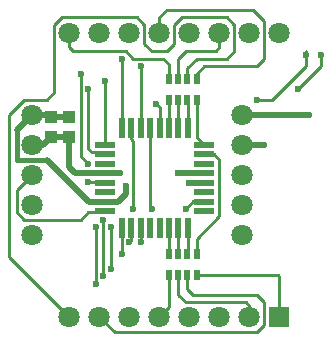
<source format=gbl>
G04 DipTrace 2.3.1.0*
%INminishift_Bottom.gbl*%
%MOIN*%
%ADD13C,0.02*%
%ADD14C,0.0197*%
%ADD15C,0.01*%
%ADD16C,0.016*%
%ADD19R,0.0709X0.0709*%
%ADD20C,0.0709*%
%ADD22R,0.0669X0.0197*%
%ADD23R,0.0197X0.0669*%
%ADD25R,0.0217X0.0374*%
%ADD27R,0.0394X0.0433*%
%ADD30C,0.0236*%
%FSLAX44Y44*%
G04*
G70*
G90*
G75*
G01*
%LNBottom*%
%LPD*%
X11236Y9976D2*
D13*
X10736D1*
X8416Y10291D2*
X7929D1*
X13236Y11236D2*
X12486D1*
X5486D2*
X5861D1*
X6111Y11487D1*
X6736D2*
X6111D1*
X7929Y10291D2*
D14*
X7494D1*
D13*
X6931D1*
X6736Y10486D1*
Y11487D1*
X9110Y8480D2*
D15*
Y7986D1*
X15111Y14236D2*
Y13861D1*
X14361Y13111D1*
X8480Y7611D2*
Y8480D1*
X8795D2*
Y8045D1*
X8736Y7986D1*
X10055Y11787D2*
Y12722D1*
X10041Y12736D1*
X10685Y11787D2*
Y12722D1*
X10671Y12736D1*
X10986Y6903D2*
X13695D1*
X13736Y6861D1*
Y5512D1*
X10671Y6903D2*
Y6426D1*
X10861Y6236D1*
X12986D1*
X13236Y5986D1*
Y5236D1*
X12986Y4986D1*
X8262D1*
X7736Y5512D1*
X10356Y6903D2*
Y6241D1*
X10611Y5986D1*
X12611D1*
X12736Y5861D1*
Y5512D1*
X10041Y6903D2*
Y5817D1*
X9736Y5512D1*
X10041Y13445D2*
Y13931D1*
X9861Y14111D1*
X8861D1*
X8611Y14361D1*
X6861D1*
X6736Y14486D1*
Y14961D1*
X10356Y13445D2*
Y14106D1*
X10611Y14361D1*
X11611D1*
X11736Y14486D1*
Y14961D1*
X10370Y11787D2*
Y12722D1*
X10356Y12736D1*
X11236Y10921D2*
X11551D1*
X11736Y10736D1*
Y8861D1*
X10986Y8111D1*
Y7611D1*
X10685Y8480D2*
Y7625D1*
X10671Y7611D1*
X10370Y8480D2*
Y7625D1*
X10356Y7611D1*
X10055Y8480D2*
Y7625D1*
X10041Y7611D1*
X10671Y13445D2*
Y13796D1*
X10986Y14111D1*
X11986D1*
X12236Y14361D1*
Y15236D1*
X11986Y15486D1*
X10486D1*
X10236Y15236D1*
Y14611D1*
X9986Y14361D1*
X9486D1*
X9236Y14611D1*
Y15236D1*
X8986Y15486D1*
X6486D1*
X6236Y15236D1*
Y12986D1*
X5986Y12736D1*
X5236D1*
X4736Y12236D1*
Y7512D1*
X6736Y5512D1*
X10986Y13445D2*
Y13611D1*
X11236Y13861D1*
X12986D1*
X13236Y14111D1*
Y15361D1*
X12861Y15736D1*
X9986D1*
X9736Y15486D1*
Y14961D1*
X10986Y12736D2*
Y11486D1*
X11236Y11236D1*
X7111Y13611D2*
Y10861D1*
X7361Y10611D1*
Y9986D2*
X7919D1*
X7929Y9976D1*
X9425Y11787D2*
Y9172D1*
X9486Y9111D1*
X7861Y8736D2*
Y6861D1*
X9110Y13861D2*
Y11787D1*
X8795D2*
Y11427D1*
X8861Y11361D1*
Y9111D1*
X7611Y8486D2*
Y6611D1*
X8486Y14111D2*
Y11793D1*
X8480Y11787D1*
X7929Y11236D2*
Y13361D1*
X7361Y13111D2*
Y11111D1*
X7486Y10986D1*
X7864D1*
X7929Y10921D1*
X8111Y7111D2*
Y8486D1*
X10611Y9111D2*
X10861Y9361D1*
X11221D1*
X11236Y9346D1*
X9740Y11787D2*
Y12482D1*
X9611Y12611D1*
X14611Y14236D2*
Y14361D1*
X5486Y10236D2*
X4986Y9736D1*
Y8986D1*
X5236Y8736D1*
X7111D1*
X7361Y8986D1*
X7884D1*
X7929Y9031D1*
X12986Y12736D2*
X13486D1*
X14611Y13861D1*
Y14236D1*
X7929Y9346D2*
D13*
X8096D1*
X14736Y12236D2*
X12486D1*
X7929Y9346D2*
D14*
X8096D1*
X7929D2*
X8346D1*
D13*
X8611Y9611D1*
Y9861D1*
X10361Y10291D2*
X11236D1*
X5486Y12236D2*
X6031D1*
X6111Y12156D1*
X6736D2*
X6111D1*
X7929Y9346D2*
D14*
X7494D1*
D13*
X7376D1*
X5986Y10736D1*
D16*
X4986D1*
Y11736D1*
D13*
X5486Y12236D1*
D30*
X10736Y9976D3*
X8416Y10291D3*
X13236Y11236D3*
X9110Y7986D3*
X15111Y14236D3*
X14361Y13111D3*
X8480Y7611D3*
X8736Y7986D3*
X7111Y13611D3*
X7361Y10611D3*
Y9986D3*
X9486Y9111D3*
X7861Y8736D3*
Y6861D3*
X9110Y13861D3*
X8861Y9111D3*
X7611Y8486D3*
Y6611D3*
X8486Y14111D3*
X7929Y13361D3*
X7361Y13111D3*
X8111Y7111D3*
Y8486D3*
X10611Y9111D3*
X9611Y12611D3*
X14611Y14236D3*
X12986Y12736D3*
X14611Y14236D3*
X14736Y12236D3*
X8611Y9861D3*
X10361Y10291D3*
D19*
X13736Y5512D3*
D20*
X12736D3*
X11736D3*
X10736D3*
X9736D3*
X8736D3*
X7736D3*
X6736D3*
Y14961D3*
X7736D3*
X8736D3*
X9736D3*
X10736D3*
X11736D3*
X12736D3*
X13736D3*
D22*
X11236Y11236D3*
Y10921D3*
Y10606D3*
Y10291D3*
Y9976D3*
Y9661D3*
Y9346D3*
Y9031D3*
D23*
X10685Y8480D3*
X10370D3*
X10055D3*
X9740D3*
X9425D3*
X9110D3*
X8795D3*
X8480D3*
D22*
X7929Y9031D3*
Y9346D3*
Y9661D3*
Y9976D3*
Y10291D3*
Y10606D3*
Y10921D3*
Y11236D3*
D23*
X8480Y11787D3*
X8795D3*
X9110D3*
X9425D3*
X9740D3*
X10055D3*
X10370D3*
X10685D3*
D25*
X10986Y12736D3*
X10671D3*
X10356D3*
X10041D3*
Y13445D3*
X10356D3*
X10671D3*
X10986D3*
X10041Y7611D3*
X10356D3*
X10671D3*
X10986D3*
Y6903D3*
X10671D3*
X10356D3*
X10041D3*
D20*
X5486Y8236D3*
Y9236D3*
Y10236D3*
Y11236D3*
Y12236D3*
X12486D3*
Y11236D3*
Y10236D3*
Y9236D3*
Y8236D3*
D27*
X6111Y12156D3*
Y11487D3*
X6736Y12156D3*
Y11487D3*
M02*

</source>
